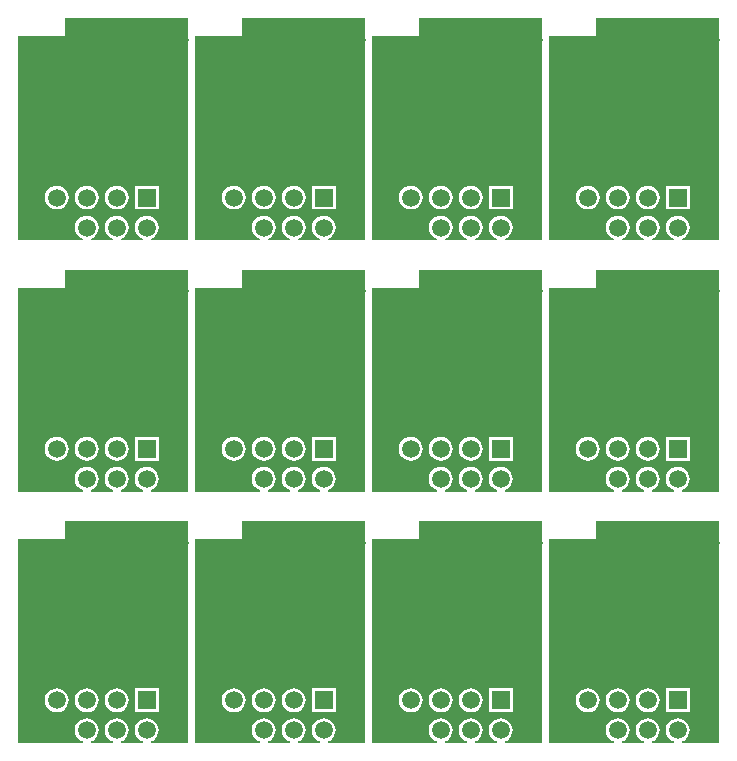
<source format=gbl>
G04*
G04 #@! TF.GenerationSoftware,Altium Limited,Altium Designer,18.1.7 (191)*
G04*
G04 Layer_Physical_Order=2*
G04 Layer_Color=13798239*
%FSLAX25Y25*%
%MOIN*%
G70*
G01*
G75*
%ADD34C,0.05906*%
%ADD35R,0.05906X0.05906*%
%ADD36C,0.01968*%
G36*
X402929Y415563D02*
Y401264D01*
X402929D01*
Y341634D01*
X390575D01*
X390475Y342134D01*
X391143Y342411D01*
X391969Y343044D01*
X392603Y343870D01*
X393001Y344832D01*
X393137Y345864D01*
X393001Y346895D01*
X392603Y347857D01*
X391969Y348683D01*
X391143Y349316D01*
X390182Y349714D01*
X389150Y349850D01*
X388118Y349714D01*
X387157Y349316D01*
X386331Y348683D01*
X385697Y347857D01*
X385299Y346895D01*
X385163Y345864D01*
X385299Y344832D01*
X385697Y343870D01*
X386331Y343044D01*
X387157Y342411D01*
X387825Y342134D01*
X387725Y341634D01*
X380575D01*
X380475Y342134D01*
X381143Y342411D01*
X381969Y343044D01*
X382603Y343870D01*
X383001Y344832D01*
X383137Y345864D01*
X383001Y346895D01*
X382603Y347857D01*
X381969Y348683D01*
X381143Y349316D01*
X380182Y349714D01*
X379150Y349850D01*
X378118Y349714D01*
X377157Y349316D01*
X376331Y348683D01*
X375697Y347857D01*
X375299Y346895D01*
X375163Y345864D01*
X375299Y344832D01*
X375697Y343870D01*
X376331Y343044D01*
X377157Y342411D01*
X377825Y342134D01*
X377725Y341634D01*
X370575D01*
X370475Y342134D01*
X371143Y342411D01*
X371969Y343044D01*
X372603Y343870D01*
X373001Y344832D01*
X373137Y345864D01*
X373001Y346895D01*
X372603Y347857D01*
X371969Y348683D01*
X371143Y349316D01*
X370182Y349714D01*
X369150Y349850D01*
X368118Y349714D01*
X367157Y349316D01*
X366331Y348683D01*
X365697Y347857D01*
X365299Y346895D01*
X365163Y345864D01*
X365299Y344832D01*
X365697Y343870D01*
X366331Y343044D01*
X367157Y342411D01*
X367825Y342134D01*
X367725Y341634D01*
X346071D01*
Y401264D01*
Y409563D01*
X361763D01*
Y415563D01*
X402929Y415563D01*
D02*
G37*
G36*
X343929D02*
Y401264D01*
X343929D01*
Y341634D01*
X331575D01*
X331475Y342134D01*
X332143Y342411D01*
X332969Y343044D01*
X333603Y343870D01*
X334001Y344832D01*
X334137Y345864D01*
X334001Y346895D01*
X333603Y347857D01*
X332969Y348683D01*
X332143Y349316D01*
X331182Y349714D01*
X330150Y349850D01*
X329118Y349714D01*
X328157Y349316D01*
X327331Y348683D01*
X326697Y347857D01*
X326299Y346895D01*
X326163Y345864D01*
X326299Y344832D01*
X326697Y343870D01*
X327331Y343044D01*
X328157Y342411D01*
X328825Y342134D01*
X328725Y341634D01*
X321575D01*
X321475Y342134D01*
X322143Y342411D01*
X322969Y343044D01*
X323603Y343870D01*
X324001Y344832D01*
X324137Y345864D01*
X324001Y346895D01*
X323603Y347857D01*
X322969Y348683D01*
X322143Y349316D01*
X321182Y349714D01*
X320150Y349850D01*
X319118Y349714D01*
X318157Y349316D01*
X317331Y348683D01*
X316697Y347857D01*
X316299Y346895D01*
X316163Y345864D01*
X316299Y344832D01*
X316697Y343870D01*
X317331Y343044D01*
X318157Y342411D01*
X318825Y342134D01*
X318725Y341634D01*
X311575D01*
X311475Y342134D01*
X312143Y342411D01*
X312969Y343044D01*
X313603Y343870D01*
X314001Y344832D01*
X314137Y345864D01*
X314001Y346895D01*
X313603Y347857D01*
X312969Y348683D01*
X312143Y349316D01*
X311182Y349714D01*
X310150Y349850D01*
X309118Y349714D01*
X308157Y349316D01*
X307331Y348683D01*
X306697Y347857D01*
X306299Y346895D01*
X306163Y345864D01*
X306299Y344832D01*
X306697Y343870D01*
X307331Y343044D01*
X308157Y342411D01*
X308825Y342134D01*
X308725Y341634D01*
X287071D01*
Y401264D01*
Y409563D01*
X302763D01*
Y415563D01*
X343929Y415563D01*
D02*
G37*
G36*
X284929D02*
Y401264D01*
X284929D01*
Y341634D01*
X272575D01*
X272475Y342134D01*
X273143Y342411D01*
X273969Y343044D01*
X274603Y343870D01*
X275001Y344832D01*
X275137Y345864D01*
X275001Y346895D01*
X274603Y347857D01*
X273969Y348683D01*
X273143Y349316D01*
X272182Y349714D01*
X271150Y349850D01*
X270118Y349714D01*
X269157Y349316D01*
X268331Y348683D01*
X267697Y347857D01*
X267299Y346895D01*
X267163Y345864D01*
X267299Y344832D01*
X267697Y343870D01*
X268331Y343044D01*
X269157Y342411D01*
X269825Y342134D01*
X269725Y341634D01*
X262575D01*
X262475Y342134D01*
X263143Y342411D01*
X263969Y343044D01*
X264603Y343870D01*
X265001Y344832D01*
X265137Y345864D01*
X265001Y346895D01*
X264603Y347857D01*
X263969Y348683D01*
X263143Y349316D01*
X262182Y349714D01*
X261150Y349850D01*
X260118Y349714D01*
X259157Y349316D01*
X258331Y348683D01*
X257697Y347857D01*
X257299Y346895D01*
X257163Y345864D01*
X257299Y344832D01*
X257697Y343870D01*
X258331Y343044D01*
X259157Y342411D01*
X259825Y342134D01*
X259725Y341634D01*
X252575D01*
X252475Y342134D01*
X253143Y342411D01*
X253969Y343044D01*
X254603Y343870D01*
X255001Y344832D01*
X255137Y345864D01*
X255001Y346895D01*
X254603Y347857D01*
X253969Y348683D01*
X253143Y349316D01*
X252182Y349714D01*
X251150Y349850D01*
X250118Y349714D01*
X249157Y349316D01*
X248331Y348683D01*
X247697Y347857D01*
X247299Y346895D01*
X247163Y345864D01*
X247299Y344832D01*
X247697Y343870D01*
X248331Y343044D01*
X249157Y342411D01*
X249825Y342134D01*
X249725Y341634D01*
X228071D01*
Y401264D01*
Y409563D01*
X243763D01*
Y415563D01*
X284929Y415563D01*
D02*
G37*
G36*
X225929D02*
Y401264D01*
X225929D01*
Y341634D01*
X213575D01*
X213475Y342134D01*
X214143Y342411D01*
X214969Y343044D01*
X215603Y343870D01*
X216001Y344832D01*
X216137Y345864D01*
X216001Y346895D01*
X215603Y347857D01*
X214969Y348683D01*
X214143Y349316D01*
X213182Y349714D01*
X212150Y349850D01*
X211118Y349714D01*
X210157Y349316D01*
X209331Y348683D01*
X208697Y347857D01*
X208299Y346895D01*
X208163Y345864D01*
X208299Y344832D01*
X208697Y343870D01*
X209331Y343044D01*
X210157Y342411D01*
X210825Y342134D01*
X210725Y341634D01*
X203575D01*
X203475Y342134D01*
X204143Y342411D01*
X204969Y343044D01*
X205603Y343870D01*
X206001Y344832D01*
X206137Y345864D01*
X206001Y346895D01*
X205603Y347857D01*
X204969Y348683D01*
X204143Y349316D01*
X203182Y349714D01*
X202150Y349850D01*
X201118Y349714D01*
X200157Y349316D01*
X199331Y348683D01*
X198697Y347857D01*
X198299Y346895D01*
X198163Y345864D01*
X198299Y344832D01*
X198697Y343870D01*
X199331Y343044D01*
X200157Y342411D01*
X200825Y342134D01*
X200725Y341634D01*
X193575D01*
X193475Y342134D01*
X194143Y342411D01*
X194969Y343044D01*
X195603Y343870D01*
X196001Y344832D01*
X196137Y345864D01*
X196001Y346895D01*
X195603Y347857D01*
X194969Y348683D01*
X194143Y349316D01*
X193182Y349714D01*
X192150Y349850D01*
X191118Y349714D01*
X190157Y349316D01*
X189331Y348683D01*
X188697Y347857D01*
X188299Y346895D01*
X188163Y345864D01*
X188299Y344832D01*
X188697Y343870D01*
X189331Y343044D01*
X190157Y342411D01*
X190825Y342134D01*
X190725Y341634D01*
X169071D01*
Y401264D01*
Y409563D01*
X184763D01*
Y415563D01*
X225929Y415563D01*
D02*
G37*
G36*
X402929Y331782D02*
Y317482D01*
X402929D01*
Y257852D01*
X390575D01*
X390475Y258352D01*
X391143Y258629D01*
X391969Y259263D01*
X392603Y260088D01*
X393001Y261050D01*
X393137Y262082D01*
X393001Y263114D01*
X392603Y264075D01*
X391969Y264901D01*
X391143Y265534D01*
X390182Y265933D01*
X389150Y266069D01*
X388118Y265933D01*
X387157Y265534D01*
X386331Y264901D01*
X385697Y264075D01*
X385299Y263114D01*
X385163Y262082D01*
X385299Y261050D01*
X385697Y260088D01*
X386331Y259263D01*
X387157Y258629D01*
X387825Y258352D01*
X387725Y257852D01*
X380575D01*
X380475Y258352D01*
X381143Y258629D01*
X381969Y259263D01*
X382603Y260088D01*
X383001Y261050D01*
X383137Y262082D01*
X383001Y263114D01*
X382603Y264075D01*
X381969Y264901D01*
X381143Y265534D01*
X380182Y265933D01*
X379150Y266069D01*
X378118Y265933D01*
X377157Y265534D01*
X376331Y264901D01*
X375697Y264075D01*
X375299Y263114D01*
X375163Y262082D01*
X375299Y261050D01*
X375697Y260088D01*
X376331Y259263D01*
X377157Y258629D01*
X377825Y258352D01*
X377725Y257852D01*
X370575D01*
X370475Y258352D01*
X371143Y258629D01*
X371969Y259263D01*
X372603Y260088D01*
X373001Y261050D01*
X373137Y262082D01*
X373001Y263114D01*
X372603Y264075D01*
X371969Y264901D01*
X371143Y265534D01*
X370182Y265933D01*
X369150Y266069D01*
X368118Y265933D01*
X367157Y265534D01*
X366331Y264901D01*
X365697Y264075D01*
X365299Y263114D01*
X365163Y262082D01*
X365299Y261050D01*
X365697Y260088D01*
X366331Y259263D01*
X367157Y258629D01*
X367825Y258352D01*
X367725Y257852D01*
X346071D01*
Y317482D01*
Y325782D01*
X361763D01*
Y331782D01*
X402929Y331782D01*
D02*
G37*
G36*
X343929D02*
Y317482D01*
X343929D01*
Y257852D01*
X331575D01*
X331475Y258352D01*
X332143Y258629D01*
X332969Y259263D01*
X333603Y260088D01*
X334001Y261050D01*
X334137Y262082D01*
X334001Y263114D01*
X333603Y264075D01*
X332969Y264901D01*
X332143Y265534D01*
X331182Y265933D01*
X330150Y266069D01*
X329118Y265933D01*
X328157Y265534D01*
X327331Y264901D01*
X326697Y264075D01*
X326299Y263114D01*
X326163Y262082D01*
X326299Y261050D01*
X326697Y260088D01*
X327331Y259263D01*
X328157Y258629D01*
X328825Y258352D01*
X328725Y257852D01*
X321575D01*
X321475Y258352D01*
X322143Y258629D01*
X322969Y259263D01*
X323603Y260088D01*
X324001Y261050D01*
X324137Y262082D01*
X324001Y263114D01*
X323603Y264075D01*
X322969Y264901D01*
X322143Y265534D01*
X321182Y265933D01*
X320150Y266069D01*
X319118Y265933D01*
X318157Y265534D01*
X317331Y264901D01*
X316697Y264075D01*
X316299Y263114D01*
X316163Y262082D01*
X316299Y261050D01*
X316697Y260088D01*
X317331Y259263D01*
X318157Y258629D01*
X318825Y258352D01*
X318725Y257852D01*
X311575D01*
X311475Y258352D01*
X312143Y258629D01*
X312969Y259263D01*
X313603Y260088D01*
X314001Y261050D01*
X314137Y262082D01*
X314001Y263114D01*
X313603Y264075D01*
X312969Y264901D01*
X312143Y265534D01*
X311182Y265933D01*
X310150Y266069D01*
X309118Y265933D01*
X308157Y265534D01*
X307331Y264901D01*
X306697Y264075D01*
X306299Y263114D01*
X306163Y262082D01*
X306299Y261050D01*
X306697Y260088D01*
X307331Y259263D01*
X308157Y258629D01*
X308825Y258352D01*
X308725Y257852D01*
X287071D01*
Y317482D01*
Y325782D01*
X302763D01*
Y331782D01*
X343929Y331782D01*
D02*
G37*
G36*
X284929D02*
Y317482D01*
X284929D01*
Y257852D01*
X272575D01*
X272475Y258352D01*
X273143Y258629D01*
X273969Y259263D01*
X274603Y260088D01*
X275001Y261050D01*
X275137Y262082D01*
X275001Y263114D01*
X274603Y264075D01*
X273969Y264901D01*
X273143Y265534D01*
X272182Y265933D01*
X271150Y266069D01*
X270118Y265933D01*
X269157Y265534D01*
X268331Y264901D01*
X267697Y264075D01*
X267299Y263114D01*
X267163Y262082D01*
X267299Y261050D01*
X267697Y260088D01*
X268331Y259263D01*
X269157Y258629D01*
X269825Y258352D01*
X269725Y257852D01*
X262575D01*
X262475Y258352D01*
X263143Y258629D01*
X263969Y259263D01*
X264603Y260088D01*
X265001Y261050D01*
X265137Y262082D01*
X265001Y263114D01*
X264603Y264075D01*
X263969Y264901D01*
X263143Y265534D01*
X262182Y265933D01*
X261150Y266069D01*
X260118Y265933D01*
X259157Y265534D01*
X258331Y264901D01*
X257697Y264075D01*
X257299Y263114D01*
X257163Y262082D01*
X257299Y261050D01*
X257697Y260088D01*
X258331Y259263D01*
X259157Y258629D01*
X259825Y258352D01*
X259725Y257852D01*
X252575D01*
X252475Y258352D01*
X253143Y258629D01*
X253969Y259263D01*
X254603Y260088D01*
X255001Y261050D01*
X255137Y262082D01*
X255001Y263114D01*
X254603Y264075D01*
X253969Y264901D01*
X253143Y265534D01*
X252182Y265933D01*
X251150Y266069D01*
X250118Y265933D01*
X249157Y265534D01*
X248331Y264901D01*
X247697Y264075D01*
X247299Y263114D01*
X247163Y262082D01*
X247299Y261050D01*
X247697Y260088D01*
X248331Y259263D01*
X249157Y258629D01*
X249825Y258352D01*
X249725Y257852D01*
X228071D01*
Y317482D01*
Y325782D01*
X243763D01*
Y331782D01*
X284929Y331782D01*
D02*
G37*
G36*
X225929D02*
Y317482D01*
X225929D01*
Y257852D01*
X213575D01*
X213475Y258352D01*
X214143Y258629D01*
X214969Y259263D01*
X215603Y260088D01*
X216001Y261050D01*
X216137Y262082D01*
X216001Y263114D01*
X215603Y264075D01*
X214969Y264901D01*
X214143Y265534D01*
X213182Y265933D01*
X212150Y266069D01*
X211118Y265933D01*
X210157Y265534D01*
X209331Y264901D01*
X208697Y264075D01*
X208299Y263114D01*
X208163Y262082D01*
X208299Y261050D01*
X208697Y260088D01*
X209331Y259263D01*
X210157Y258629D01*
X210825Y258352D01*
X210725Y257852D01*
X203575D01*
X203475Y258352D01*
X204143Y258629D01*
X204969Y259263D01*
X205603Y260088D01*
X206001Y261050D01*
X206137Y262082D01*
X206001Y263114D01*
X205603Y264075D01*
X204969Y264901D01*
X204143Y265534D01*
X203182Y265933D01*
X202150Y266069D01*
X201118Y265933D01*
X200157Y265534D01*
X199331Y264901D01*
X198697Y264075D01*
X198299Y263114D01*
X198163Y262082D01*
X198299Y261050D01*
X198697Y260088D01*
X199331Y259263D01*
X200157Y258629D01*
X200825Y258352D01*
X200725Y257852D01*
X193575D01*
X193475Y258352D01*
X194143Y258629D01*
X194969Y259263D01*
X195603Y260088D01*
X196001Y261050D01*
X196137Y262082D01*
X196001Y263114D01*
X195603Y264075D01*
X194969Y264901D01*
X194143Y265534D01*
X193182Y265933D01*
X192150Y266069D01*
X191118Y265933D01*
X190157Y265534D01*
X189331Y264901D01*
X188697Y264075D01*
X188299Y263114D01*
X188163Y262082D01*
X188299Y261050D01*
X188697Y260088D01*
X189331Y259263D01*
X190157Y258629D01*
X190825Y258352D01*
X190725Y257852D01*
X169071D01*
Y317482D01*
Y325782D01*
X184763D01*
Y331782D01*
X225929Y331782D01*
D02*
G37*
G36*
X402929Y248000D02*
Y233700D01*
X402929D01*
Y174071D01*
X390575D01*
X390475Y174571D01*
X391143Y174847D01*
X391969Y175481D01*
X392603Y176307D01*
X393001Y177268D01*
X393137Y178300D01*
X393001Y179332D01*
X392603Y180293D01*
X391969Y181119D01*
X391143Y181753D01*
X390182Y182151D01*
X389150Y182287D01*
X388118Y182151D01*
X387157Y181753D01*
X386331Y181119D01*
X385697Y180293D01*
X385299Y179332D01*
X385163Y178300D01*
X385299Y177268D01*
X385697Y176307D01*
X386331Y175481D01*
X387157Y174847D01*
X387825Y174571D01*
X387725Y174071D01*
X380575D01*
X380475Y174571D01*
X381143Y174847D01*
X381969Y175481D01*
X382603Y176307D01*
X383001Y177268D01*
X383137Y178300D01*
X383001Y179332D01*
X382603Y180293D01*
X381969Y181119D01*
X381143Y181753D01*
X380182Y182151D01*
X379150Y182287D01*
X378118Y182151D01*
X377157Y181753D01*
X376331Y181119D01*
X375697Y180293D01*
X375299Y179332D01*
X375163Y178300D01*
X375299Y177268D01*
X375697Y176307D01*
X376331Y175481D01*
X377157Y174847D01*
X377825Y174571D01*
X377725Y174071D01*
X370575D01*
X370475Y174571D01*
X371143Y174847D01*
X371969Y175481D01*
X372603Y176307D01*
X373001Y177268D01*
X373137Y178300D01*
X373001Y179332D01*
X372603Y180293D01*
X371969Y181119D01*
X371143Y181753D01*
X370182Y182151D01*
X369150Y182287D01*
X368118Y182151D01*
X367157Y181753D01*
X366331Y181119D01*
X365697Y180293D01*
X365299Y179332D01*
X365163Y178300D01*
X365299Y177268D01*
X365697Y176307D01*
X366331Y175481D01*
X367157Y174847D01*
X367825Y174571D01*
X367725Y174071D01*
X346071D01*
Y233700D01*
Y242000D01*
X361763D01*
Y248000D01*
X402929Y248000D01*
D02*
G37*
G36*
X343929D02*
Y233700D01*
X343929D01*
Y174071D01*
X331575D01*
X331475Y174571D01*
X332143Y174847D01*
X332969Y175481D01*
X333603Y176307D01*
X334001Y177268D01*
X334137Y178300D01*
X334001Y179332D01*
X333603Y180293D01*
X332969Y181119D01*
X332143Y181753D01*
X331182Y182151D01*
X330150Y182287D01*
X329118Y182151D01*
X328157Y181753D01*
X327331Y181119D01*
X326697Y180293D01*
X326299Y179332D01*
X326163Y178300D01*
X326299Y177268D01*
X326697Y176307D01*
X327331Y175481D01*
X328157Y174847D01*
X328825Y174571D01*
X328725Y174071D01*
X321575D01*
X321475Y174571D01*
X322143Y174847D01*
X322969Y175481D01*
X323603Y176307D01*
X324001Y177268D01*
X324137Y178300D01*
X324001Y179332D01*
X323603Y180293D01*
X322969Y181119D01*
X322143Y181753D01*
X321182Y182151D01*
X320150Y182287D01*
X319118Y182151D01*
X318157Y181753D01*
X317331Y181119D01*
X316697Y180293D01*
X316299Y179332D01*
X316163Y178300D01*
X316299Y177268D01*
X316697Y176307D01*
X317331Y175481D01*
X318157Y174847D01*
X318825Y174571D01*
X318725Y174071D01*
X311575D01*
X311475Y174571D01*
X312143Y174847D01*
X312969Y175481D01*
X313603Y176307D01*
X314001Y177268D01*
X314137Y178300D01*
X314001Y179332D01*
X313603Y180293D01*
X312969Y181119D01*
X312143Y181753D01*
X311182Y182151D01*
X310150Y182287D01*
X309118Y182151D01*
X308157Y181753D01*
X307331Y181119D01*
X306697Y180293D01*
X306299Y179332D01*
X306163Y178300D01*
X306299Y177268D01*
X306697Y176307D01*
X307331Y175481D01*
X308157Y174847D01*
X308825Y174571D01*
X308725Y174071D01*
X287071D01*
Y233700D01*
Y242000D01*
X302763D01*
Y248000D01*
X343929Y248000D01*
D02*
G37*
G36*
X284929D02*
Y233700D01*
X284929D01*
Y174071D01*
X272575D01*
X272475Y174571D01*
X273143Y174847D01*
X273969Y175481D01*
X274603Y176307D01*
X275001Y177268D01*
X275137Y178300D01*
X275001Y179332D01*
X274603Y180293D01*
X273969Y181119D01*
X273143Y181753D01*
X272182Y182151D01*
X271150Y182287D01*
X270118Y182151D01*
X269157Y181753D01*
X268331Y181119D01*
X267697Y180293D01*
X267299Y179332D01*
X267163Y178300D01*
X267299Y177268D01*
X267697Y176307D01*
X268331Y175481D01*
X269157Y174847D01*
X269825Y174571D01*
X269725Y174071D01*
X262575D01*
X262475Y174571D01*
X263143Y174847D01*
X263969Y175481D01*
X264603Y176307D01*
X265001Y177268D01*
X265137Y178300D01*
X265001Y179332D01*
X264603Y180293D01*
X263969Y181119D01*
X263143Y181753D01*
X262182Y182151D01*
X261150Y182287D01*
X260118Y182151D01*
X259157Y181753D01*
X258331Y181119D01*
X257697Y180293D01*
X257299Y179332D01*
X257163Y178300D01*
X257299Y177268D01*
X257697Y176307D01*
X258331Y175481D01*
X259157Y174847D01*
X259825Y174571D01*
X259725Y174071D01*
X252575D01*
X252475Y174571D01*
X253143Y174847D01*
X253969Y175481D01*
X254603Y176307D01*
X255001Y177268D01*
X255137Y178300D01*
X255001Y179332D01*
X254603Y180293D01*
X253969Y181119D01*
X253143Y181753D01*
X252182Y182151D01*
X251150Y182287D01*
X250118Y182151D01*
X249157Y181753D01*
X248331Y181119D01*
X247697Y180293D01*
X247299Y179332D01*
X247163Y178300D01*
X247299Y177268D01*
X247697Y176307D01*
X248331Y175481D01*
X249157Y174847D01*
X249825Y174571D01*
X249725Y174071D01*
X228071D01*
Y233700D01*
Y242000D01*
X243763D01*
Y248000D01*
X284929Y248000D01*
D02*
G37*
G36*
X225929D02*
Y233700D01*
X225929D01*
Y174071D01*
X213575D01*
X213475Y174571D01*
X214143Y174847D01*
X214969Y175481D01*
X215603Y176307D01*
X216001Y177268D01*
X216137Y178300D01*
X216001Y179332D01*
X215603Y180293D01*
X214969Y181119D01*
X214143Y181753D01*
X213182Y182151D01*
X212150Y182287D01*
X211118Y182151D01*
X210157Y181753D01*
X209331Y181119D01*
X208697Y180293D01*
X208299Y179332D01*
X208163Y178300D01*
X208299Y177268D01*
X208697Y176307D01*
X209331Y175481D01*
X210157Y174847D01*
X210825Y174571D01*
X210725Y174071D01*
X203575D01*
X203475Y174571D01*
X204143Y174847D01*
X204969Y175481D01*
X205603Y176307D01*
X206001Y177268D01*
X206137Y178300D01*
X206001Y179332D01*
X205603Y180293D01*
X204969Y181119D01*
X204143Y181753D01*
X203182Y182151D01*
X202150Y182287D01*
X201118Y182151D01*
X200157Y181753D01*
X199331Y181119D01*
X198697Y180293D01*
X198299Y179332D01*
X198163Y178300D01*
X198299Y177268D01*
X198697Y176307D01*
X199331Y175481D01*
X200157Y174847D01*
X200825Y174571D01*
X200725Y174071D01*
X193575D01*
X193475Y174571D01*
X194143Y174847D01*
X194969Y175481D01*
X195603Y176307D01*
X196001Y177268D01*
X196137Y178300D01*
X196001Y179332D01*
X195603Y180293D01*
X194969Y181119D01*
X194143Y181753D01*
X193182Y182151D01*
X192150Y182287D01*
X191118Y182151D01*
X190157Y181753D01*
X189331Y181119D01*
X188697Y180293D01*
X188299Y179332D01*
X188163Y178300D01*
X188299Y177268D01*
X188697Y176307D01*
X189331Y175481D01*
X190157Y174847D01*
X190825Y174571D01*
X190725Y174071D01*
X169071D01*
Y233700D01*
Y242000D01*
X184763D01*
Y248000D01*
X225929Y248000D01*
D02*
G37*
%LPC*%
G36*
X393103Y359816D02*
X385197D01*
Y351911D01*
X393103D01*
Y359816D01*
D02*
G37*
G36*
X379150Y359850D02*
X378118Y359715D01*
X377157Y359316D01*
X376331Y358683D01*
X375697Y357857D01*
X375299Y356895D01*
X375163Y355863D01*
X375299Y354832D01*
X375697Y353870D01*
X376331Y353044D01*
X377157Y352411D01*
X378118Y352012D01*
X379150Y351877D01*
X380182Y352012D01*
X381143Y352411D01*
X381969Y353044D01*
X382603Y353870D01*
X383001Y354832D01*
X383137Y355863D01*
X383001Y356895D01*
X382603Y357857D01*
X381969Y358683D01*
X381143Y359316D01*
X380182Y359715D01*
X379150Y359850D01*
D02*
G37*
G36*
X369150D02*
X368118Y359715D01*
X367157Y359316D01*
X366331Y358683D01*
X365697Y357857D01*
X365299Y356895D01*
X365163Y355863D01*
X365299Y354832D01*
X365697Y353870D01*
X366331Y353044D01*
X367157Y352411D01*
X368118Y352012D01*
X369150Y351877D01*
X370182Y352012D01*
X371143Y352411D01*
X371969Y353044D01*
X372603Y353870D01*
X373001Y354832D01*
X373137Y355863D01*
X373001Y356895D01*
X372603Y357857D01*
X371969Y358683D01*
X371143Y359316D01*
X370182Y359715D01*
X369150Y359850D01*
D02*
G37*
G36*
X359150D02*
X358118Y359715D01*
X357157Y359316D01*
X356331Y358683D01*
X355697Y357857D01*
X355299Y356895D01*
X355163Y355863D01*
X355299Y354832D01*
X355697Y353870D01*
X356331Y353044D01*
X357157Y352411D01*
X358118Y352012D01*
X359150Y351877D01*
X360182Y352012D01*
X361143Y352411D01*
X361969Y353044D01*
X362603Y353870D01*
X363001Y354832D01*
X363137Y355863D01*
X363001Y356895D01*
X362603Y357857D01*
X361969Y358683D01*
X361143Y359316D01*
X360182Y359715D01*
X359150Y359850D01*
D02*
G37*
G36*
X334103Y359816D02*
X326197D01*
Y351911D01*
X334103D01*
Y359816D01*
D02*
G37*
G36*
X320150Y359850D02*
X319118Y359715D01*
X318157Y359316D01*
X317331Y358683D01*
X316697Y357857D01*
X316299Y356895D01*
X316163Y355863D01*
X316299Y354832D01*
X316697Y353870D01*
X317331Y353044D01*
X318157Y352411D01*
X319118Y352012D01*
X320150Y351877D01*
X321182Y352012D01*
X322143Y352411D01*
X322969Y353044D01*
X323603Y353870D01*
X324001Y354832D01*
X324137Y355863D01*
X324001Y356895D01*
X323603Y357857D01*
X322969Y358683D01*
X322143Y359316D01*
X321182Y359715D01*
X320150Y359850D01*
D02*
G37*
G36*
X310150D02*
X309118Y359715D01*
X308157Y359316D01*
X307331Y358683D01*
X306697Y357857D01*
X306299Y356895D01*
X306163Y355863D01*
X306299Y354832D01*
X306697Y353870D01*
X307331Y353044D01*
X308157Y352411D01*
X309118Y352012D01*
X310150Y351877D01*
X311182Y352012D01*
X312143Y352411D01*
X312969Y353044D01*
X313603Y353870D01*
X314001Y354832D01*
X314137Y355863D01*
X314001Y356895D01*
X313603Y357857D01*
X312969Y358683D01*
X312143Y359316D01*
X311182Y359715D01*
X310150Y359850D01*
D02*
G37*
G36*
X300150D02*
X299118Y359715D01*
X298157Y359316D01*
X297331Y358683D01*
X296697Y357857D01*
X296299Y356895D01*
X296163Y355863D01*
X296299Y354832D01*
X296697Y353870D01*
X297331Y353044D01*
X298157Y352411D01*
X299118Y352012D01*
X300150Y351877D01*
X301182Y352012D01*
X302143Y352411D01*
X302969Y353044D01*
X303603Y353870D01*
X304001Y354832D01*
X304137Y355863D01*
X304001Y356895D01*
X303603Y357857D01*
X302969Y358683D01*
X302143Y359316D01*
X301182Y359715D01*
X300150Y359850D01*
D02*
G37*
G36*
X275103Y359816D02*
X267197D01*
Y351911D01*
X275103D01*
Y359816D01*
D02*
G37*
G36*
X261150Y359850D02*
X260118Y359715D01*
X259157Y359316D01*
X258331Y358683D01*
X257697Y357857D01*
X257299Y356895D01*
X257163Y355863D01*
X257299Y354832D01*
X257697Y353870D01*
X258331Y353044D01*
X259157Y352411D01*
X260118Y352012D01*
X261150Y351877D01*
X262182Y352012D01*
X263143Y352411D01*
X263969Y353044D01*
X264603Y353870D01*
X265001Y354832D01*
X265137Y355863D01*
X265001Y356895D01*
X264603Y357857D01*
X263969Y358683D01*
X263143Y359316D01*
X262182Y359715D01*
X261150Y359850D01*
D02*
G37*
G36*
X251150D02*
X250118Y359715D01*
X249157Y359316D01*
X248331Y358683D01*
X247697Y357857D01*
X247299Y356895D01*
X247163Y355863D01*
X247299Y354832D01*
X247697Y353870D01*
X248331Y353044D01*
X249157Y352411D01*
X250118Y352012D01*
X251150Y351877D01*
X252182Y352012D01*
X253143Y352411D01*
X253969Y353044D01*
X254603Y353870D01*
X255001Y354832D01*
X255137Y355863D01*
X255001Y356895D01*
X254603Y357857D01*
X253969Y358683D01*
X253143Y359316D01*
X252182Y359715D01*
X251150Y359850D01*
D02*
G37*
G36*
X241150D02*
X240118Y359715D01*
X239157Y359316D01*
X238331Y358683D01*
X237697Y357857D01*
X237299Y356895D01*
X237163Y355863D01*
X237299Y354832D01*
X237697Y353870D01*
X238331Y353044D01*
X239157Y352411D01*
X240118Y352012D01*
X241150Y351877D01*
X242182Y352012D01*
X243143Y352411D01*
X243969Y353044D01*
X244603Y353870D01*
X245001Y354832D01*
X245137Y355863D01*
X245001Y356895D01*
X244603Y357857D01*
X243969Y358683D01*
X243143Y359316D01*
X242182Y359715D01*
X241150Y359850D01*
D02*
G37*
G36*
X216103Y359816D02*
X208197D01*
Y351911D01*
X216103D01*
Y359816D01*
D02*
G37*
G36*
X202150Y359850D02*
X201118Y359715D01*
X200157Y359316D01*
X199331Y358683D01*
X198697Y357857D01*
X198299Y356895D01*
X198163Y355863D01*
X198299Y354832D01*
X198697Y353870D01*
X199331Y353044D01*
X200157Y352411D01*
X201118Y352012D01*
X202150Y351877D01*
X203182Y352012D01*
X204143Y352411D01*
X204969Y353044D01*
X205603Y353870D01*
X206001Y354832D01*
X206137Y355863D01*
X206001Y356895D01*
X205603Y357857D01*
X204969Y358683D01*
X204143Y359316D01*
X203182Y359715D01*
X202150Y359850D01*
D02*
G37*
G36*
X192150D02*
X191118Y359715D01*
X190157Y359316D01*
X189331Y358683D01*
X188697Y357857D01*
X188299Y356895D01*
X188163Y355863D01*
X188299Y354832D01*
X188697Y353870D01*
X189331Y353044D01*
X190157Y352411D01*
X191118Y352012D01*
X192150Y351877D01*
X193182Y352012D01*
X194143Y352411D01*
X194969Y353044D01*
X195603Y353870D01*
X196001Y354832D01*
X196137Y355863D01*
X196001Y356895D01*
X195603Y357857D01*
X194969Y358683D01*
X194143Y359316D01*
X193182Y359715D01*
X192150Y359850D01*
D02*
G37*
G36*
X182150D02*
X181118Y359715D01*
X180157Y359316D01*
X179331Y358683D01*
X178697Y357857D01*
X178299Y356895D01*
X178163Y355863D01*
X178299Y354832D01*
X178697Y353870D01*
X179331Y353044D01*
X180157Y352411D01*
X181118Y352012D01*
X182150Y351877D01*
X183182Y352012D01*
X184143Y352411D01*
X184969Y353044D01*
X185603Y353870D01*
X186001Y354832D01*
X186137Y355863D01*
X186001Y356895D01*
X185603Y357857D01*
X184969Y358683D01*
X184143Y359316D01*
X183182Y359715D01*
X182150Y359850D01*
D02*
G37*
G36*
X393103Y276034D02*
X385197D01*
Y268129D01*
X393103D01*
Y276034D01*
D02*
G37*
G36*
X379150Y276069D02*
X378118Y275933D01*
X377157Y275535D01*
X376331Y274901D01*
X375697Y274075D01*
X375299Y273114D01*
X375163Y272082D01*
X375299Y271050D01*
X375697Y270088D01*
X376331Y269263D01*
X377157Y268629D01*
X378118Y268231D01*
X379150Y268095D01*
X380182Y268231D01*
X381143Y268629D01*
X381969Y269263D01*
X382603Y270088D01*
X383001Y271050D01*
X383137Y272082D01*
X383001Y273114D01*
X382603Y274075D01*
X381969Y274901D01*
X381143Y275535D01*
X380182Y275933D01*
X379150Y276069D01*
D02*
G37*
G36*
X369150D02*
X368118Y275933D01*
X367157Y275535D01*
X366331Y274901D01*
X365697Y274075D01*
X365299Y273114D01*
X365163Y272082D01*
X365299Y271050D01*
X365697Y270088D01*
X366331Y269263D01*
X367157Y268629D01*
X368118Y268231D01*
X369150Y268095D01*
X370182Y268231D01*
X371143Y268629D01*
X371969Y269263D01*
X372603Y270088D01*
X373001Y271050D01*
X373137Y272082D01*
X373001Y273114D01*
X372603Y274075D01*
X371969Y274901D01*
X371143Y275535D01*
X370182Y275933D01*
X369150Y276069D01*
D02*
G37*
G36*
X359150D02*
X358118Y275933D01*
X357157Y275535D01*
X356331Y274901D01*
X355697Y274075D01*
X355299Y273114D01*
X355163Y272082D01*
X355299Y271050D01*
X355697Y270088D01*
X356331Y269263D01*
X357157Y268629D01*
X358118Y268231D01*
X359150Y268095D01*
X360182Y268231D01*
X361143Y268629D01*
X361969Y269263D01*
X362603Y270088D01*
X363001Y271050D01*
X363137Y272082D01*
X363001Y273114D01*
X362603Y274075D01*
X361969Y274901D01*
X361143Y275535D01*
X360182Y275933D01*
X359150Y276069D01*
D02*
G37*
G36*
X334103Y276034D02*
X326197D01*
Y268129D01*
X334103D01*
Y276034D01*
D02*
G37*
G36*
X320150Y276069D02*
X319118Y275933D01*
X318157Y275535D01*
X317331Y274901D01*
X316697Y274075D01*
X316299Y273114D01*
X316163Y272082D01*
X316299Y271050D01*
X316697Y270088D01*
X317331Y269263D01*
X318157Y268629D01*
X319118Y268231D01*
X320150Y268095D01*
X321182Y268231D01*
X322143Y268629D01*
X322969Y269263D01*
X323603Y270088D01*
X324001Y271050D01*
X324137Y272082D01*
X324001Y273114D01*
X323603Y274075D01*
X322969Y274901D01*
X322143Y275535D01*
X321182Y275933D01*
X320150Y276069D01*
D02*
G37*
G36*
X310150D02*
X309118Y275933D01*
X308157Y275535D01*
X307331Y274901D01*
X306697Y274075D01*
X306299Y273114D01*
X306163Y272082D01*
X306299Y271050D01*
X306697Y270088D01*
X307331Y269263D01*
X308157Y268629D01*
X309118Y268231D01*
X310150Y268095D01*
X311182Y268231D01*
X312143Y268629D01*
X312969Y269263D01*
X313603Y270088D01*
X314001Y271050D01*
X314137Y272082D01*
X314001Y273114D01*
X313603Y274075D01*
X312969Y274901D01*
X312143Y275535D01*
X311182Y275933D01*
X310150Y276069D01*
D02*
G37*
G36*
X300150D02*
X299118Y275933D01*
X298157Y275535D01*
X297331Y274901D01*
X296697Y274075D01*
X296299Y273114D01*
X296163Y272082D01*
X296299Y271050D01*
X296697Y270088D01*
X297331Y269263D01*
X298157Y268629D01*
X299118Y268231D01*
X300150Y268095D01*
X301182Y268231D01*
X302143Y268629D01*
X302969Y269263D01*
X303603Y270088D01*
X304001Y271050D01*
X304137Y272082D01*
X304001Y273114D01*
X303603Y274075D01*
X302969Y274901D01*
X302143Y275535D01*
X301182Y275933D01*
X300150Y276069D01*
D02*
G37*
G36*
X275103Y276034D02*
X267197D01*
Y268129D01*
X275103D01*
Y276034D01*
D02*
G37*
G36*
X261150Y276069D02*
X260118Y275933D01*
X259157Y275535D01*
X258331Y274901D01*
X257697Y274075D01*
X257299Y273114D01*
X257163Y272082D01*
X257299Y271050D01*
X257697Y270088D01*
X258331Y269263D01*
X259157Y268629D01*
X260118Y268231D01*
X261150Y268095D01*
X262182Y268231D01*
X263143Y268629D01*
X263969Y269263D01*
X264603Y270088D01*
X265001Y271050D01*
X265137Y272082D01*
X265001Y273114D01*
X264603Y274075D01*
X263969Y274901D01*
X263143Y275535D01*
X262182Y275933D01*
X261150Y276069D01*
D02*
G37*
G36*
X251150D02*
X250118Y275933D01*
X249157Y275535D01*
X248331Y274901D01*
X247697Y274075D01*
X247299Y273114D01*
X247163Y272082D01*
X247299Y271050D01*
X247697Y270088D01*
X248331Y269263D01*
X249157Y268629D01*
X250118Y268231D01*
X251150Y268095D01*
X252182Y268231D01*
X253143Y268629D01*
X253969Y269263D01*
X254603Y270088D01*
X255001Y271050D01*
X255137Y272082D01*
X255001Y273114D01*
X254603Y274075D01*
X253969Y274901D01*
X253143Y275535D01*
X252182Y275933D01*
X251150Y276069D01*
D02*
G37*
G36*
X241150D02*
X240118Y275933D01*
X239157Y275535D01*
X238331Y274901D01*
X237697Y274075D01*
X237299Y273114D01*
X237163Y272082D01*
X237299Y271050D01*
X237697Y270088D01*
X238331Y269263D01*
X239157Y268629D01*
X240118Y268231D01*
X241150Y268095D01*
X242182Y268231D01*
X243143Y268629D01*
X243969Y269263D01*
X244603Y270088D01*
X245001Y271050D01*
X245137Y272082D01*
X245001Y273114D01*
X244603Y274075D01*
X243969Y274901D01*
X243143Y275535D01*
X242182Y275933D01*
X241150Y276069D01*
D02*
G37*
G36*
X216103Y276034D02*
X208197D01*
Y268129D01*
X216103D01*
Y276034D01*
D02*
G37*
G36*
X202150Y276069D02*
X201118Y275933D01*
X200157Y275535D01*
X199331Y274901D01*
X198697Y274075D01*
X198299Y273114D01*
X198163Y272082D01*
X198299Y271050D01*
X198697Y270088D01*
X199331Y269263D01*
X200157Y268629D01*
X201118Y268231D01*
X202150Y268095D01*
X203182Y268231D01*
X204143Y268629D01*
X204969Y269263D01*
X205603Y270088D01*
X206001Y271050D01*
X206137Y272082D01*
X206001Y273114D01*
X205603Y274075D01*
X204969Y274901D01*
X204143Y275535D01*
X203182Y275933D01*
X202150Y276069D01*
D02*
G37*
G36*
X192150D02*
X191118Y275933D01*
X190157Y275535D01*
X189331Y274901D01*
X188697Y274075D01*
X188299Y273114D01*
X188163Y272082D01*
X188299Y271050D01*
X188697Y270088D01*
X189331Y269263D01*
X190157Y268629D01*
X191118Y268231D01*
X192150Y268095D01*
X193182Y268231D01*
X194143Y268629D01*
X194969Y269263D01*
X195603Y270088D01*
X196001Y271050D01*
X196137Y272082D01*
X196001Y273114D01*
X195603Y274075D01*
X194969Y274901D01*
X194143Y275535D01*
X193182Y275933D01*
X192150Y276069D01*
D02*
G37*
G36*
X182150D02*
X181118Y275933D01*
X180157Y275535D01*
X179331Y274901D01*
X178697Y274075D01*
X178299Y273114D01*
X178163Y272082D01*
X178299Y271050D01*
X178697Y270088D01*
X179331Y269263D01*
X180157Y268629D01*
X181118Y268231D01*
X182150Y268095D01*
X183182Y268231D01*
X184143Y268629D01*
X184969Y269263D01*
X185603Y270088D01*
X186001Y271050D01*
X186137Y272082D01*
X186001Y273114D01*
X185603Y274075D01*
X184969Y274901D01*
X184143Y275535D01*
X183182Y275933D01*
X182150Y276069D01*
D02*
G37*
G36*
X393103Y192253D02*
X385197D01*
Y184347D01*
X393103D01*
Y192253D01*
D02*
G37*
G36*
X379150Y192287D02*
X378118Y192151D01*
X377157Y191753D01*
X376331Y191119D01*
X375697Y190293D01*
X375299Y189332D01*
X375163Y188300D01*
X375299Y187268D01*
X375697Y186307D01*
X376331Y185481D01*
X377157Y184847D01*
X378118Y184449D01*
X379150Y184313D01*
X380182Y184449D01*
X381143Y184847D01*
X381969Y185481D01*
X382603Y186307D01*
X383001Y187268D01*
X383137Y188300D01*
X383001Y189332D01*
X382603Y190293D01*
X381969Y191119D01*
X381143Y191753D01*
X380182Y192151D01*
X379150Y192287D01*
D02*
G37*
G36*
X369150D02*
X368118Y192151D01*
X367157Y191753D01*
X366331Y191119D01*
X365697Y190293D01*
X365299Y189332D01*
X365163Y188300D01*
X365299Y187268D01*
X365697Y186307D01*
X366331Y185481D01*
X367157Y184847D01*
X368118Y184449D01*
X369150Y184313D01*
X370182Y184449D01*
X371143Y184847D01*
X371969Y185481D01*
X372603Y186307D01*
X373001Y187268D01*
X373137Y188300D01*
X373001Y189332D01*
X372603Y190293D01*
X371969Y191119D01*
X371143Y191753D01*
X370182Y192151D01*
X369150Y192287D01*
D02*
G37*
G36*
X359150D02*
X358118Y192151D01*
X357157Y191753D01*
X356331Y191119D01*
X355697Y190293D01*
X355299Y189332D01*
X355163Y188300D01*
X355299Y187268D01*
X355697Y186307D01*
X356331Y185481D01*
X357157Y184847D01*
X358118Y184449D01*
X359150Y184313D01*
X360182Y184449D01*
X361143Y184847D01*
X361969Y185481D01*
X362603Y186307D01*
X363001Y187268D01*
X363137Y188300D01*
X363001Y189332D01*
X362603Y190293D01*
X361969Y191119D01*
X361143Y191753D01*
X360182Y192151D01*
X359150Y192287D01*
D02*
G37*
G36*
X334103Y192253D02*
X326197D01*
Y184347D01*
X334103D01*
Y192253D01*
D02*
G37*
G36*
X320150Y192287D02*
X319118Y192151D01*
X318157Y191753D01*
X317331Y191119D01*
X316697Y190293D01*
X316299Y189332D01*
X316163Y188300D01*
X316299Y187268D01*
X316697Y186307D01*
X317331Y185481D01*
X318157Y184847D01*
X319118Y184449D01*
X320150Y184313D01*
X321182Y184449D01*
X322143Y184847D01*
X322969Y185481D01*
X323603Y186307D01*
X324001Y187268D01*
X324137Y188300D01*
X324001Y189332D01*
X323603Y190293D01*
X322969Y191119D01*
X322143Y191753D01*
X321182Y192151D01*
X320150Y192287D01*
D02*
G37*
G36*
X310150D02*
X309118Y192151D01*
X308157Y191753D01*
X307331Y191119D01*
X306697Y190293D01*
X306299Y189332D01*
X306163Y188300D01*
X306299Y187268D01*
X306697Y186307D01*
X307331Y185481D01*
X308157Y184847D01*
X309118Y184449D01*
X310150Y184313D01*
X311182Y184449D01*
X312143Y184847D01*
X312969Y185481D01*
X313603Y186307D01*
X314001Y187268D01*
X314137Y188300D01*
X314001Y189332D01*
X313603Y190293D01*
X312969Y191119D01*
X312143Y191753D01*
X311182Y192151D01*
X310150Y192287D01*
D02*
G37*
G36*
X300150D02*
X299118Y192151D01*
X298157Y191753D01*
X297331Y191119D01*
X296697Y190293D01*
X296299Y189332D01*
X296163Y188300D01*
X296299Y187268D01*
X296697Y186307D01*
X297331Y185481D01*
X298157Y184847D01*
X299118Y184449D01*
X300150Y184313D01*
X301182Y184449D01*
X302143Y184847D01*
X302969Y185481D01*
X303603Y186307D01*
X304001Y187268D01*
X304137Y188300D01*
X304001Y189332D01*
X303603Y190293D01*
X302969Y191119D01*
X302143Y191753D01*
X301182Y192151D01*
X300150Y192287D01*
D02*
G37*
G36*
X275103Y192253D02*
X267197D01*
Y184347D01*
X275103D01*
Y192253D01*
D02*
G37*
G36*
X261150Y192287D02*
X260118Y192151D01*
X259157Y191753D01*
X258331Y191119D01*
X257697Y190293D01*
X257299Y189332D01*
X257163Y188300D01*
X257299Y187268D01*
X257697Y186307D01*
X258331Y185481D01*
X259157Y184847D01*
X260118Y184449D01*
X261150Y184313D01*
X262182Y184449D01*
X263143Y184847D01*
X263969Y185481D01*
X264603Y186307D01*
X265001Y187268D01*
X265137Y188300D01*
X265001Y189332D01*
X264603Y190293D01*
X263969Y191119D01*
X263143Y191753D01*
X262182Y192151D01*
X261150Y192287D01*
D02*
G37*
G36*
X251150D02*
X250118Y192151D01*
X249157Y191753D01*
X248331Y191119D01*
X247697Y190293D01*
X247299Y189332D01*
X247163Y188300D01*
X247299Y187268D01*
X247697Y186307D01*
X248331Y185481D01*
X249157Y184847D01*
X250118Y184449D01*
X251150Y184313D01*
X252182Y184449D01*
X253143Y184847D01*
X253969Y185481D01*
X254603Y186307D01*
X255001Y187268D01*
X255137Y188300D01*
X255001Y189332D01*
X254603Y190293D01*
X253969Y191119D01*
X253143Y191753D01*
X252182Y192151D01*
X251150Y192287D01*
D02*
G37*
G36*
X241150D02*
X240118Y192151D01*
X239157Y191753D01*
X238331Y191119D01*
X237697Y190293D01*
X237299Y189332D01*
X237163Y188300D01*
X237299Y187268D01*
X237697Y186307D01*
X238331Y185481D01*
X239157Y184847D01*
X240118Y184449D01*
X241150Y184313D01*
X242182Y184449D01*
X243143Y184847D01*
X243969Y185481D01*
X244603Y186307D01*
X245001Y187268D01*
X245137Y188300D01*
X245001Y189332D01*
X244603Y190293D01*
X243969Y191119D01*
X243143Y191753D01*
X242182Y192151D01*
X241150Y192287D01*
D02*
G37*
G36*
X216103Y192253D02*
X208197D01*
Y184347D01*
X216103D01*
Y192253D01*
D02*
G37*
G36*
X202150Y192287D02*
X201118Y192151D01*
X200157Y191753D01*
X199331Y191119D01*
X198697Y190293D01*
X198299Y189332D01*
X198163Y188300D01*
X198299Y187268D01*
X198697Y186307D01*
X199331Y185481D01*
X200157Y184847D01*
X201118Y184449D01*
X202150Y184313D01*
X203182Y184449D01*
X204143Y184847D01*
X204969Y185481D01*
X205603Y186307D01*
X206001Y187268D01*
X206137Y188300D01*
X206001Y189332D01*
X205603Y190293D01*
X204969Y191119D01*
X204143Y191753D01*
X203182Y192151D01*
X202150Y192287D01*
D02*
G37*
G36*
X192150D02*
X191118Y192151D01*
X190157Y191753D01*
X189331Y191119D01*
X188697Y190293D01*
X188299Y189332D01*
X188163Y188300D01*
X188299Y187268D01*
X188697Y186307D01*
X189331Y185481D01*
X190157Y184847D01*
X191118Y184449D01*
X192150Y184313D01*
X193182Y184449D01*
X194143Y184847D01*
X194969Y185481D01*
X195603Y186307D01*
X196001Y187268D01*
X196137Y188300D01*
X196001Y189332D01*
X195603Y190293D01*
X194969Y191119D01*
X194143Y191753D01*
X193182Y192151D01*
X192150Y192287D01*
D02*
G37*
G36*
X182150D02*
X181118Y192151D01*
X180157Y191753D01*
X179331Y191119D01*
X178697Y190293D01*
X178299Y189332D01*
X178163Y188300D01*
X178299Y187268D01*
X178697Y186307D01*
X179331Y185481D01*
X180157Y184847D01*
X181118Y184449D01*
X182150Y184313D01*
X183182Y184449D01*
X184143Y184847D01*
X184969Y185481D01*
X185603Y186307D01*
X186001Y187268D01*
X186137Y188300D01*
X186001Y189332D01*
X185603Y190293D01*
X184969Y191119D01*
X184143Y191753D01*
X183182Y192151D01*
X182150Y192287D01*
D02*
G37*
%LPD*%
D34*
Y178300D02*
D03*
Y188300D02*
D03*
X192150Y178300D02*
D03*
Y188300D02*
D03*
X202150Y178300D02*
D03*
Y188300D02*
D03*
X212150Y178300D02*
D03*
X241150D02*
D03*
Y188300D02*
D03*
X251150Y178300D02*
D03*
Y188300D02*
D03*
X261150Y178300D02*
D03*
Y188300D02*
D03*
X271150Y178300D02*
D03*
X300150D02*
D03*
Y188300D02*
D03*
X310150Y178300D02*
D03*
Y188300D02*
D03*
X320150Y178300D02*
D03*
Y188300D02*
D03*
X330150Y178300D02*
D03*
X359150D02*
D03*
Y188300D02*
D03*
X369150Y178300D02*
D03*
Y188300D02*
D03*
X379150Y178300D02*
D03*
Y188300D02*
D03*
X389150Y178300D02*
D03*
X182150Y262082D02*
D03*
Y272082D02*
D03*
X192150Y262082D02*
D03*
Y272082D02*
D03*
X202150Y262082D02*
D03*
Y272082D02*
D03*
X212150Y262082D02*
D03*
X241150D02*
D03*
Y272082D02*
D03*
X251150Y262082D02*
D03*
Y272082D02*
D03*
X261150Y262082D02*
D03*
Y272082D02*
D03*
X271150Y262082D02*
D03*
X300150D02*
D03*
Y272082D02*
D03*
X310150Y262082D02*
D03*
Y272082D02*
D03*
X320150Y262082D02*
D03*
Y272082D02*
D03*
X330150Y262082D02*
D03*
X359150D02*
D03*
Y272082D02*
D03*
X369150Y262082D02*
D03*
Y272082D02*
D03*
X379150Y262082D02*
D03*
Y272082D02*
D03*
X389150Y262082D02*
D03*
X182150Y345864D02*
D03*
Y355863D02*
D03*
X192150Y345864D02*
D03*
Y355863D02*
D03*
X202150Y345864D02*
D03*
Y355863D02*
D03*
X212150Y345864D02*
D03*
X241150D02*
D03*
Y355863D02*
D03*
X251150Y345864D02*
D03*
Y355863D02*
D03*
X261150Y345864D02*
D03*
Y355863D02*
D03*
X271150Y345864D02*
D03*
X300150D02*
D03*
Y355863D02*
D03*
X310150Y345864D02*
D03*
Y355863D02*
D03*
X320150Y345864D02*
D03*
Y355863D02*
D03*
X330150Y345864D02*
D03*
X359150D02*
D03*
Y355863D02*
D03*
X369150Y345864D02*
D03*
Y355863D02*
D03*
X379150Y345864D02*
D03*
Y355863D02*
D03*
X389150Y345864D02*
D03*
D35*
X212150Y188300D02*
D03*
X271150D02*
D03*
X330150D02*
D03*
X389150D02*
D03*
X212150Y272082D02*
D03*
X271150D02*
D03*
X330150D02*
D03*
X389150D02*
D03*
X212150Y355863D02*
D03*
X271150D02*
D03*
X330150D02*
D03*
X389150D02*
D03*
D36*
X186750Y204300D02*
D03*
X188550Y202600D02*
D03*
Y205950D02*
D03*
X184900D02*
D03*
X185000Y202600D02*
D03*
X225113Y240850D02*
D03*
X222113D02*
D03*
X219113D02*
D03*
X216113D02*
D03*
X213113D02*
D03*
X174813Y237850D02*
D03*
X207563Y246000D02*
D03*
X174813Y240850D02*
D03*
X186113Y237850D02*
D03*
Y240850D02*
D03*
X189113D02*
D03*
X192113D02*
D03*
X195113D02*
D03*
X198113D02*
D03*
X201113D02*
D03*
X204113D02*
D03*
X207113D02*
D03*
X210113D02*
D03*
X245750Y204300D02*
D03*
X247550Y202600D02*
D03*
Y205950D02*
D03*
X243900D02*
D03*
X244000Y202600D02*
D03*
X284113Y240850D02*
D03*
X281113D02*
D03*
X278113D02*
D03*
X275113D02*
D03*
X272113D02*
D03*
X233813Y237850D02*
D03*
X266563Y246000D02*
D03*
X233813Y240850D02*
D03*
X245113Y237850D02*
D03*
Y240850D02*
D03*
X248113D02*
D03*
X251113D02*
D03*
X254113D02*
D03*
X257113D02*
D03*
X260113D02*
D03*
X263113D02*
D03*
X266113D02*
D03*
X269113D02*
D03*
X304750Y204300D02*
D03*
X306550Y202600D02*
D03*
Y205950D02*
D03*
X302900D02*
D03*
X303000Y202600D02*
D03*
X343113Y240850D02*
D03*
X340113D02*
D03*
X337113D02*
D03*
X334113D02*
D03*
X331113D02*
D03*
X292813Y237850D02*
D03*
X325563Y246000D02*
D03*
X292813Y240850D02*
D03*
X304113Y237850D02*
D03*
Y240850D02*
D03*
X307113D02*
D03*
X310113D02*
D03*
X313113D02*
D03*
X316113D02*
D03*
X319113D02*
D03*
X322113D02*
D03*
X325113D02*
D03*
X328113D02*
D03*
X363750Y204300D02*
D03*
X365550Y202600D02*
D03*
Y205950D02*
D03*
X361900D02*
D03*
X362000Y202600D02*
D03*
X402113Y240850D02*
D03*
X399113D02*
D03*
X396113D02*
D03*
X393113D02*
D03*
X390113D02*
D03*
X351813Y237850D02*
D03*
X384563Y246000D02*
D03*
X351813Y240850D02*
D03*
X363113Y237850D02*
D03*
Y240850D02*
D03*
X366113D02*
D03*
X369113D02*
D03*
X372113D02*
D03*
X375113D02*
D03*
X378113D02*
D03*
X381113D02*
D03*
X384113D02*
D03*
X387113D02*
D03*
X186750Y288082D02*
D03*
X188550Y286382D02*
D03*
Y289732D02*
D03*
X184900D02*
D03*
X185000Y286382D02*
D03*
X225113Y324632D02*
D03*
X222113D02*
D03*
X219113D02*
D03*
X216113D02*
D03*
X213113D02*
D03*
X174813Y321632D02*
D03*
X207563Y329782D02*
D03*
X174813Y324632D02*
D03*
X186113Y321632D02*
D03*
Y324632D02*
D03*
X189113D02*
D03*
X192113D02*
D03*
X195113D02*
D03*
X198113D02*
D03*
X201113D02*
D03*
X204113D02*
D03*
X207113D02*
D03*
X210113D02*
D03*
X245750Y288082D02*
D03*
X247550Y286382D02*
D03*
Y289732D02*
D03*
X243900D02*
D03*
X244000Y286382D02*
D03*
X284113Y324632D02*
D03*
X281113D02*
D03*
X278113D02*
D03*
X275113D02*
D03*
X272113D02*
D03*
X233813Y321632D02*
D03*
X266563Y329782D02*
D03*
X233813Y324632D02*
D03*
X245113Y321632D02*
D03*
Y324632D02*
D03*
X248113D02*
D03*
X251113D02*
D03*
X254113D02*
D03*
X257113D02*
D03*
X260113D02*
D03*
X263113D02*
D03*
X266113D02*
D03*
X269113D02*
D03*
X304750Y288082D02*
D03*
X306550Y286382D02*
D03*
Y289732D02*
D03*
X302900D02*
D03*
X303000Y286382D02*
D03*
X343113Y324632D02*
D03*
X340113D02*
D03*
X337113D02*
D03*
X334113D02*
D03*
X331113D02*
D03*
X292813Y321632D02*
D03*
X325563Y329782D02*
D03*
X292813Y324632D02*
D03*
X304113Y321632D02*
D03*
Y324632D02*
D03*
X307113D02*
D03*
X310113D02*
D03*
X313113D02*
D03*
X316113D02*
D03*
X319113D02*
D03*
X322113D02*
D03*
X325113D02*
D03*
X328113D02*
D03*
X363750Y288082D02*
D03*
X365550Y286382D02*
D03*
Y289732D02*
D03*
X361900D02*
D03*
X362000Y286382D02*
D03*
X402113Y324632D02*
D03*
X399113D02*
D03*
X396113D02*
D03*
X393113D02*
D03*
X390113D02*
D03*
X351813Y321632D02*
D03*
X384563Y329782D02*
D03*
X351813Y324632D02*
D03*
X363113Y321632D02*
D03*
Y324632D02*
D03*
X366113D02*
D03*
X369113D02*
D03*
X372113D02*
D03*
X375113D02*
D03*
X378113D02*
D03*
X381113D02*
D03*
X384113D02*
D03*
X387113D02*
D03*
X186750Y371864D02*
D03*
X188550Y370163D02*
D03*
Y373514D02*
D03*
X184900D02*
D03*
X185000Y370163D02*
D03*
X225113Y408414D02*
D03*
X222113D02*
D03*
X219113D02*
D03*
X216113D02*
D03*
X213113D02*
D03*
X174813Y405413D02*
D03*
X207563Y413563D02*
D03*
X174813Y408414D02*
D03*
X186113Y405413D02*
D03*
Y408414D02*
D03*
X189113D02*
D03*
X192113D02*
D03*
X195113D02*
D03*
X198113D02*
D03*
X201113D02*
D03*
X204113D02*
D03*
X207113D02*
D03*
X210113D02*
D03*
X245750Y371864D02*
D03*
X247550Y370163D02*
D03*
Y373514D02*
D03*
X243900D02*
D03*
X244000Y370163D02*
D03*
X284113Y408414D02*
D03*
X281113D02*
D03*
X278113D02*
D03*
X275113D02*
D03*
X272113D02*
D03*
X233813Y405413D02*
D03*
X266563Y413563D02*
D03*
X233813Y408414D02*
D03*
X245113Y405413D02*
D03*
Y408414D02*
D03*
X248113D02*
D03*
X251113D02*
D03*
X254113D02*
D03*
X257113D02*
D03*
X260113D02*
D03*
X263113D02*
D03*
X266113D02*
D03*
X269113D02*
D03*
X304750Y371864D02*
D03*
X306550Y370163D02*
D03*
Y373514D02*
D03*
X302900D02*
D03*
X303000Y370163D02*
D03*
X343113Y408414D02*
D03*
X340113D02*
D03*
X337113D02*
D03*
X334113D02*
D03*
X331113D02*
D03*
X292813Y405413D02*
D03*
X325563Y413563D02*
D03*
X292813Y408414D02*
D03*
X304113Y405413D02*
D03*
Y408414D02*
D03*
X307113D02*
D03*
X310113D02*
D03*
X313113D02*
D03*
X316113D02*
D03*
X319113D02*
D03*
X322113D02*
D03*
X325113D02*
D03*
X328113D02*
D03*
X363750Y371864D02*
D03*
X365550Y370163D02*
D03*
Y373514D02*
D03*
X361900D02*
D03*
X362000Y370163D02*
D03*
X402113Y408414D02*
D03*
X399113D02*
D03*
X396113D02*
D03*
X393113D02*
D03*
X390113D02*
D03*
X351813Y405413D02*
D03*
X384563Y413563D02*
D03*
X351813Y408414D02*
D03*
X363113Y405413D02*
D03*
Y408414D02*
D03*
X366113D02*
D03*
X369113D02*
D03*
X372113D02*
D03*
X375113D02*
D03*
X378113D02*
D03*
X381113D02*
D03*
X384113D02*
D03*
X387113D02*
D03*
M02*

</source>
